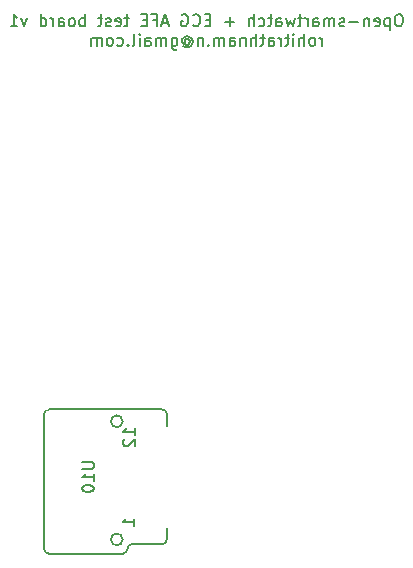
<source format=gbo>
G04 #@! TF.GenerationSoftware,KiCad,Pcbnew,5.1.10-88a1d61d58~88~ubuntu20.04.1*
G04 #@! TF.CreationDate,2021-05-21T15:29:45+02:00*
G04 #@! TF.ProjectId,osw-light-modifiedv3,6f73772d-6c69-4676-9874-2d6d6f646966,rev?*
G04 #@! TF.SameCoordinates,Original*
G04 #@! TF.FileFunction,Legend,Bot*
G04 #@! TF.FilePolarity,Positive*
%FSLAX46Y46*%
G04 Gerber Fmt 4.6, Leading zero omitted, Abs format (unit mm)*
G04 Created by KiCad (PCBNEW 5.1.10-88a1d61d58~88~ubuntu20.04.1) date 2021-05-21 15:29:45*
%MOMM*%
%LPD*%
G01*
G04 APERTURE LIST*
%ADD10C,0.150000*%
G04 APERTURE END LIST*
D10*
X151357142Y-38627380D02*
X151166666Y-38627380D01*
X151071428Y-38675000D01*
X150976190Y-38770238D01*
X150928571Y-38960714D01*
X150928571Y-39294047D01*
X150976190Y-39484523D01*
X151071428Y-39579761D01*
X151166666Y-39627380D01*
X151357142Y-39627380D01*
X151452380Y-39579761D01*
X151547619Y-39484523D01*
X151595238Y-39294047D01*
X151595238Y-38960714D01*
X151547619Y-38770238D01*
X151452380Y-38675000D01*
X151357142Y-38627380D01*
X150500000Y-38960714D02*
X150500000Y-39960714D01*
X150500000Y-39008333D02*
X150404761Y-38960714D01*
X150214285Y-38960714D01*
X150119047Y-39008333D01*
X150071428Y-39055952D01*
X150023809Y-39151190D01*
X150023809Y-39436904D01*
X150071428Y-39532142D01*
X150119047Y-39579761D01*
X150214285Y-39627380D01*
X150404761Y-39627380D01*
X150500000Y-39579761D01*
X149214285Y-39579761D02*
X149309523Y-39627380D01*
X149500000Y-39627380D01*
X149595238Y-39579761D01*
X149642857Y-39484523D01*
X149642857Y-39103571D01*
X149595238Y-39008333D01*
X149500000Y-38960714D01*
X149309523Y-38960714D01*
X149214285Y-39008333D01*
X149166666Y-39103571D01*
X149166666Y-39198809D01*
X149642857Y-39294047D01*
X148738095Y-38960714D02*
X148738095Y-39627380D01*
X148738095Y-39055952D02*
X148690476Y-39008333D01*
X148595238Y-38960714D01*
X148452380Y-38960714D01*
X148357142Y-39008333D01*
X148309523Y-39103571D01*
X148309523Y-39627380D01*
X147833333Y-39246428D02*
X147071428Y-39246428D01*
X146642857Y-39579761D02*
X146547619Y-39627380D01*
X146357142Y-39627380D01*
X146261904Y-39579761D01*
X146214285Y-39484523D01*
X146214285Y-39436904D01*
X146261904Y-39341666D01*
X146357142Y-39294047D01*
X146500000Y-39294047D01*
X146595238Y-39246428D01*
X146642857Y-39151190D01*
X146642857Y-39103571D01*
X146595238Y-39008333D01*
X146500000Y-38960714D01*
X146357142Y-38960714D01*
X146261904Y-39008333D01*
X145785714Y-39627380D02*
X145785714Y-38960714D01*
X145785714Y-39055952D02*
X145738095Y-39008333D01*
X145642857Y-38960714D01*
X145500000Y-38960714D01*
X145404761Y-39008333D01*
X145357142Y-39103571D01*
X145357142Y-39627380D01*
X145357142Y-39103571D02*
X145309523Y-39008333D01*
X145214285Y-38960714D01*
X145071428Y-38960714D01*
X144976190Y-39008333D01*
X144928571Y-39103571D01*
X144928571Y-39627380D01*
X144023809Y-39627380D02*
X144023809Y-39103571D01*
X144071428Y-39008333D01*
X144166666Y-38960714D01*
X144357142Y-38960714D01*
X144452380Y-39008333D01*
X144023809Y-39579761D02*
X144119047Y-39627380D01*
X144357142Y-39627380D01*
X144452380Y-39579761D01*
X144500000Y-39484523D01*
X144500000Y-39389285D01*
X144452380Y-39294047D01*
X144357142Y-39246428D01*
X144119047Y-39246428D01*
X144023809Y-39198809D01*
X143547619Y-39627380D02*
X143547619Y-38960714D01*
X143547619Y-39151190D02*
X143500000Y-39055952D01*
X143452380Y-39008333D01*
X143357142Y-38960714D01*
X143261904Y-38960714D01*
X143071428Y-38960714D02*
X142690476Y-38960714D01*
X142928571Y-38627380D02*
X142928571Y-39484523D01*
X142880952Y-39579761D01*
X142785714Y-39627380D01*
X142690476Y-39627380D01*
X142452380Y-38960714D02*
X142261904Y-39627380D01*
X142071428Y-39151190D01*
X141880952Y-39627380D01*
X141690476Y-38960714D01*
X140880952Y-39627380D02*
X140880952Y-39103571D01*
X140928571Y-39008333D01*
X141023809Y-38960714D01*
X141214285Y-38960714D01*
X141309523Y-39008333D01*
X140880952Y-39579761D02*
X140976190Y-39627380D01*
X141214285Y-39627380D01*
X141309523Y-39579761D01*
X141357142Y-39484523D01*
X141357142Y-39389285D01*
X141309523Y-39294047D01*
X141214285Y-39246428D01*
X140976190Y-39246428D01*
X140880952Y-39198809D01*
X140547619Y-38960714D02*
X140166666Y-38960714D01*
X140404761Y-38627380D02*
X140404761Y-39484523D01*
X140357142Y-39579761D01*
X140261904Y-39627380D01*
X140166666Y-39627380D01*
X139404761Y-39579761D02*
X139500000Y-39627380D01*
X139690476Y-39627380D01*
X139785714Y-39579761D01*
X139833333Y-39532142D01*
X139880952Y-39436904D01*
X139880952Y-39151190D01*
X139833333Y-39055952D01*
X139785714Y-39008333D01*
X139690476Y-38960714D01*
X139500000Y-38960714D01*
X139404761Y-39008333D01*
X138976190Y-39627380D02*
X138976190Y-38627380D01*
X138547619Y-39627380D02*
X138547619Y-39103571D01*
X138595238Y-39008333D01*
X138690476Y-38960714D01*
X138833333Y-38960714D01*
X138928571Y-39008333D01*
X138976190Y-39055952D01*
X137309523Y-39246428D02*
X136547619Y-39246428D01*
X136928571Y-39627380D02*
X136928571Y-38865476D01*
X135309523Y-39103571D02*
X134976190Y-39103571D01*
X134833333Y-39627380D02*
X135309523Y-39627380D01*
X135309523Y-38627380D01*
X134833333Y-38627380D01*
X133833333Y-39532142D02*
X133880952Y-39579761D01*
X134023809Y-39627380D01*
X134119047Y-39627380D01*
X134261904Y-39579761D01*
X134357142Y-39484523D01*
X134404761Y-39389285D01*
X134452380Y-39198809D01*
X134452380Y-39055952D01*
X134404761Y-38865476D01*
X134357142Y-38770238D01*
X134261904Y-38675000D01*
X134119047Y-38627380D01*
X134023809Y-38627380D01*
X133880952Y-38675000D01*
X133833333Y-38722619D01*
X132880952Y-38675000D02*
X132976190Y-38627380D01*
X133119047Y-38627380D01*
X133261904Y-38675000D01*
X133357142Y-38770238D01*
X133404761Y-38865476D01*
X133452380Y-39055952D01*
X133452380Y-39198809D01*
X133404761Y-39389285D01*
X133357142Y-39484523D01*
X133261904Y-39579761D01*
X133119047Y-39627380D01*
X133023809Y-39627380D01*
X132880952Y-39579761D01*
X132833333Y-39532142D01*
X132833333Y-39198809D01*
X133023809Y-39198809D01*
X131690476Y-39341666D02*
X131214285Y-39341666D01*
X131785714Y-39627380D02*
X131452380Y-38627380D01*
X131119047Y-39627380D01*
X130452380Y-39103571D02*
X130785714Y-39103571D01*
X130785714Y-39627380D02*
X130785714Y-38627380D01*
X130309523Y-38627380D01*
X129928571Y-39103571D02*
X129595238Y-39103571D01*
X129452380Y-39627380D02*
X129928571Y-39627380D01*
X129928571Y-38627380D01*
X129452380Y-38627380D01*
X128404761Y-38960714D02*
X128023809Y-38960714D01*
X128261904Y-38627380D02*
X128261904Y-39484523D01*
X128214285Y-39579761D01*
X128119047Y-39627380D01*
X128023809Y-39627380D01*
X127309523Y-39579761D02*
X127404761Y-39627380D01*
X127595238Y-39627380D01*
X127690476Y-39579761D01*
X127738095Y-39484523D01*
X127738095Y-39103571D01*
X127690476Y-39008333D01*
X127595238Y-38960714D01*
X127404761Y-38960714D01*
X127309523Y-39008333D01*
X127261904Y-39103571D01*
X127261904Y-39198809D01*
X127738095Y-39294047D01*
X126880952Y-39579761D02*
X126785714Y-39627380D01*
X126595238Y-39627380D01*
X126500000Y-39579761D01*
X126452380Y-39484523D01*
X126452380Y-39436904D01*
X126500000Y-39341666D01*
X126595238Y-39294047D01*
X126738095Y-39294047D01*
X126833333Y-39246428D01*
X126880952Y-39151190D01*
X126880952Y-39103571D01*
X126833333Y-39008333D01*
X126738095Y-38960714D01*
X126595238Y-38960714D01*
X126500000Y-39008333D01*
X126166666Y-38960714D02*
X125785714Y-38960714D01*
X126023809Y-38627380D02*
X126023809Y-39484523D01*
X125976190Y-39579761D01*
X125880952Y-39627380D01*
X125785714Y-39627380D01*
X124690476Y-39627380D02*
X124690476Y-38627380D01*
X124690476Y-39008333D02*
X124595238Y-38960714D01*
X124404761Y-38960714D01*
X124309523Y-39008333D01*
X124261904Y-39055952D01*
X124214285Y-39151190D01*
X124214285Y-39436904D01*
X124261904Y-39532142D01*
X124309523Y-39579761D01*
X124404761Y-39627380D01*
X124595238Y-39627380D01*
X124690476Y-39579761D01*
X123642857Y-39627380D02*
X123738095Y-39579761D01*
X123785714Y-39532142D01*
X123833333Y-39436904D01*
X123833333Y-39151190D01*
X123785714Y-39055952D01*
X123738095Y-39008333D01*
X123642857Y-38960714D01*
X123500000Y-38960714D01*
X123404761Y-39008333D01*
X123357142Y-39055952D01*
X123309523Y-39151190D01*
X123309523Y-39436904D01*
X123357142Y-39532142D01*
X123404761Y-39579761D01*
X123500000Y-39627380D01*
X123642857Y-39627380D01*
X122452380Y-39627380D02*
X122452380Y-39103571D01*
X122500000Y-39008333D01*
X122595238Y-38960714D01*
X122785714Y-38960714D01*
X122880952Y-39008333D01*
X122452380Y-39579761D02*
X122547619Y-39627380D01*
X122785714Y-39627380D01*
X122880952Y-39579761D01*
X122928571Y-39484523D01*
X122928571Y-39389285D01*
X122880952Y-39294047D01*
X122785714Y-39246428D01*
X122547619Y-39246428D01*
X122452380Y-39198809D01*
X121976190Y-39627380D02*
X121976190Y-38960714D01*
X121976190Y-39151190D02*
X121928571Y-39055952D01*
X121880952Y-39008333D01*
X121785714Y-38960714D01*
X121690476Y-38960714D01*
X120928571Y-39627380D02*
X120928571Y-38627380D01*
X120928571Y-39579761D02*
X121023809Y-39627380D01*
X121214285Y-39627380D01*
X121309523Y-39579761D01*
X121357142Y-39532142D01*
X121404761Y-39436904D01*
X121404761Y-39151190D01*
X121357142Y-39055952D01*
X121309523Y-39008333D01*
X121214285Y-38960714D01*
X121023809Y-38960714D01*
X120928571Y-39008333D01*
X119785714Y-38960714D02*
X119547619Y-39627380D01*
X119309523Y-38960714D01*
X118404761Y-39627380D02*
X118976190Y-39627380D01*
X118690476Y-39627380D02*
X118690476Y-38627380D01*
X118785714Y-38770238D01*
X118880952Y-38865476D01*
X118976190Y-38913095D01*
X144761904Y-41277380D02*
X144761904Y-40610714D01*
X144761904Y-40801190D02*
X144714285Y-40705952D01*
X144666666Y-40658333D01*
X144571428Y-40610714D01*
X144476190Y-40610714D01*
X144000000Y-41277380D02*
X144095238Y-41229761D01*
X144142857Y-41182142D01*
X144190476Y-41086904D01*
X144190476Y-40801190D01*
X144142857Y-40705952D01*
X144095238Y-40658333D01*
X144000000Y-40610714D01*
X143857142Y-40610714D01*
X143761904Y-40658333D01*
X143714285Y-40705952D01*
X143666666Y-40801190D01*
X143666666Y-41086904D01*
X143714285Y-41182142D01*
X143761904Y-41229761D01*
X143857142Y-41277380D01*
X144000000Y-41277380D01*
X143238095Y-41277380D02*
X143238095Y-40277380D01*
X142809523Y-41277380D02*
X142809523Y-40753571D01*
X142857142Y-40658333D01*
X142952380Y-40610714D01*
X143095238Y-40610714D01*
X143190476Y-40658333D01*
X143238095Y-40705952D01*
X142333333Y-41277380D02*
X142333333Y-40610714D01*
X142333333Y-40277380D02*
X142380952Y-40325000D01*
X142333333Y-40372619D01*
X142285714Y-40325000D01*
X142333333Y-40277380D01*
X142333333Y-40372619D01*
X142000000Y-40610714D02*
X141619047Y-40610714D01*
X141857142Y-40277380D02*
X141857142Y-41134523D01*
X141809523Y-41229761D01*
X141714285Y-41277380D01*
X141619047Y-41277380D01*
X141285714Y-41277380D02*
X141285714Y-40610714D01*
X141285714Y-40801190D02*
X141238095Y-40705952D01*
X141190476Y-40658333D01*
X141095238Y-40610714D01*
X141000000Y-40610714D01*
X140238095Y-41277380D02*
X140238095Y-40753571D01*
X140285714Y-40658333D01*
X140380952Y-40610714D01*
X140571428Y-40610714D01*
X140666666Y-40658333D01*
X140238095Y-41229761D02*
X140333333Y-41277380D01*
X140571428Y-41277380D01*
X140666666Y-41229761D01*
X140714285Y-41134523D01*
X140714285Y-41039285D01*
X140666666Y-40944047D01*
X140571428Y-40896428D01*
X140333333Y-40896428D01*
X140238095Y-40848809D01*
X139904761Y-40610714D02*
X139523809Y-40610714D01*
X139761904Y-40277380D02*
X139761904Y-41134523D01*
X139714285Y-41229761D01*
X139619047Y-41277380D01*
X139523809Y-41277380D01*
X139190476Y-41277380D02*
X139190476Y-40277380D01*
X138761904Y-41277380D02*
X138761904Y-40753571D01*
X138809523Y-40658333D01*
X138904761Y-40610714D01*
X139047619Y-40610714D01*
X139142857Y-40658333D01*
X139190476Y-40705952D01*
X138285714Y-40610714D02*
X138285714Y-41277380D01*
X138285714Y-40705952D02*
X138238095Y-40658333D01*
X138142857Y-40610714D01*
X138000000Y-40610714D01*
X137904761Y-40658333D01*
X137857142Y-40753571D01*
X137857142Y-41277380D01*
X136952380Y-41277380D02*
X136952380Y-40753571D01*
X137000000Y-40658333D01*
X137095238Y-40610714D01*
X137285714Y-40610714D01*
X137380952Y-40658333D01*
X136952380Y-41229761D02*
X137047619Y-41277380D01*
X137285714Y-41277380D01*
X137380952Y-41229761D01*
X137428571Y-41134523D01*
X137428571Y-41039285D01*
X137380952Y-40944047D01*
X137285714Y-40896428D01*
X137047619Y-40896428D01*
X136952380Y-40848809D01*
X136476190Y-41277380D02*
X136476190Y-40610714D01*
X136476190Y-40705952D02*
X136428571Y-40658333D01*
X136333333Y-40610714D01*
X136190476Y-40610714D01*
X136095238Y-40658333D01*
X136047619Y-40753571D01*
X136047619Y-41277380D01*
X136047619Y-40753571D02*
X136000000Y-40658333D01*
X135904761Y-40610714D01*
X135761904Y-40610714D01*
X135666666Y-40658333D01*
X135619047Y-40753571D01*
X135619047Y-41277380D01*
X135142857Y-41182142D02*
X135095238Y-41229761D01*
X135142857Y-41277380D01*
X135190476Y-41229761D01*
X135142857Y-41182142D01*
X135142857Y-41277380D01*
X134666666Y-40610714D02*
X134666666Y-41277380D01*
X134666666Y-40705952D02*
X134619047Y-40658333D01*
X134523809Y-40610714D01*
X134380952Y-40610714D01*
X134285714Y-40658333D01*
X134238095Y-40753571D01*
X134238095Y-41277380D01*
X133142857Y-40801190D02*
X133190476Y-40753571D01*
X133285714Y-40705952D01*
X133380952Y-40705952D01*
X133476190Y-40753571D01*
X133523809Y-40801190D01*
X133571428Y-40896428D01*
X133571428Y-40991666D01*
X133523809Y-41086904D01*
X133476190Y-41134523D01*
X133380952Y-41182142D01*
X133285714Y-41182142D01*
X133190476Y-41134523D01*
X133142857Y-41086904D01*
X133142857Y-40705952D02*
X133142857Y-41086904D01*
X133095238Y-41134523D01*
X133047619Y-41134523D01*
X132952380Y-41086904D01*
X132904761Y-40991666D01*
X132904761Y-40753571D01*
X133000000Y-40610714D01*
X133142857Y-40515476D01*
X133333333Y-40467857D01*
X133523809Y-40515476D01*
X133666666Y-40610714D01*
X133761904Y-40753571D01*
X133809523Y-40944047D01*
X133761904Y-41134523D01*
X133666666Y-41277380D01*
X133523809Y-41372619D01*
X133333333Y-41420238D01*
X133142857Y-41372619D01*
X133000000Y-41277380D01*
X132047619Y-40610714D02*
X132047619Y-41420238D01*
X132095238Y-41515476D01*
X132142857Y-41563095D01*
X132238095Y-41610714D01*
X132380952Y-41610714D01*
X132476190Y-41563095D01*
X132047619Y-41229761D02*
X132142857Y-41277380D01*
X132333333Y-41277380D01*
X132428571Y-41229761D01*
X132476190Y-41182142D01*
X132523809Y-41086904D01*
X132523809Y-40801190D01*
X132476190Y-40705952D01*
X132428571Y-40658333D01*
X132333333Y-40610714D01*
X132142857Y-40610714D01*
X132047619Y-40658333D01*
X131571428Y-41277380D02*
X131571428Y-40610714D01*
X131571428Y-40705952D02*
X131523809Y-40658333D01*
X131428571Y-40610714D01*
X131285714Y-40610714D01*
X131190476Y-40658333D01*
X131142857Y-40753571D01*
X131142857Y-41277380D01*
X131142857Y-40753571D02*
X131095238Y-40658333D01*
X131000000Y-40610714D01*
X130857142Y-40610714D01*
X130761904Y-40658333D01*
X130714285Y-40753571D01*
X130714285Y-41277380D01*
X129809523Y-41277380D02*
X129809523Y-40753571D01*
X129857142Y-40658333D01*
X129952380Y-40610714D01*
X130142857Y-40610714D01*
X130238095Y-40658333D01*
X129809523Y-41229761D02*
X129904761Y-41277380D01*
X130142857Y-41277380D01*
X130238095Y-41229761D01*
X130285714Y-41134523D01*
X130285714Y-41039285D01*
X130238095Y-40944047D01*
X130142857Y-40896428D01*
X129904761Y-40896428D01*
X129809523Y-40848809D01*
X129333333Y-41277380D02*
X129333333Y-40610714D01*
X129333333Y-40277380D02*
X129380952Y-40325000D01*
X129333333Y-40372619D01*
X129285714Y-40325000D01*
X129333333Y-40277380D01*
X129333333Y-40372619D01*
X128714285Y-41277380D02*
X128809523Y-41229761D01*
X128857142Y-41134523D01*
X128857142Y-40277380D01*
X128333333Y-41182142D02*
X128285714Y-41229761D01*
X128333333Y-41277380D01*
X128380952Y-41229761D01*
X128333333Y-41182142D01*
X128333333Y-41277380D01*
X127428571Y-41229761D02*
X127523809Y-41277380D01*
X127714285Y-41277380D01*
X127809523Y-41229761D01*
X127857142Y-41182142D01*
X127904761Y-41086904D01*
X127904761Y-40801190D01*
X127857142Y-40705952D01*
X127809523Y-40658333D01*
X127714285Y-40610714D01*
X127523809Y-40610714D01*
X127428571Y-40658333D01*
X126857142Y-41277380D02*
X126952380Y-41229761D01*
X127000000Y-41182142D01*
X127047619Y-41086904D01*
X127047619Y-40801190D01*
X127000000Y-40705952D01*
X126952380Y-40658333D01*
X126857142Y-40610714D01*
X126714285Y-40610714D01*
X126619047Y-40658333D01*
X126571428Y-40705952D01*
X126523809Y-40801190D01*
X126523809Y-41086904D01*
X126571428Y-41182142D01*
X126619047Y-41229761D01*
X126714285Y-41277380D01*
X126857142Y-41277380D01*
X126095238Y-41277380D02*
X126095238Y-40610714D01*
X126095238Y-40705952D02*
X126047619Y-40658333D01*
X125952380Y-40610714D01*
X125809523Y-40610714D01*
X125714285Y-40658333D01*
X125666666Y-40753571D01*
X125666666Y-41277380D01*
X125666666Y-40753571D02*
X125619047Y-40658333D01*
X125523809Y-40610714D01*
X125380952Y-40610714D01*
X125285714Y-40658333D01*
X125238095Y-40753571D01*
X125238095Y-41277380D01*
G04 #@! TO.C,U10*
X131630765Y-82083196D02*
X131630765Y-83083196D01*
X121230765Y-83883196D02*
X121230765Y-72483196D01*
X121630765Y-84283196D02*
X127880765Y-84283196D01*
X131630765Y-72483196D02*
X131630765Y-73483196D01*
X127880765Y-83083196D02*
G75*
G03*
X127880765Y-83083196I-500000J0D01*
G01*
X127880765Y-73083196D02*
G75*
G03*
X127880765Y-73083196I-500000J0D01*
G01*
X121630765Y-72083196D02*
X131230765Y-72083196D01*
X128680765Y-83483196D02*
X131280765Y-83483196D01*
X121230765Y-83883196D02*
G75*
G03*
X121630765Y-84283196I400000J0D01*
G01*
X121630765Y-72083196D02*
G75*
G03*
X121230765Y-72483196I0J-400000D01*
G01*
X127880765Y-84283196D02*
G75*
G03*
X128280765Y-83883196I0J400000D01*
G01*
X128680765Y-83483196D02*
G75*
G03*
X128280765Y-83883196I0J-400000D01*
G01*
X131630765Y-72483196D02*
G75*
G03*
X131230765Y-72083196I-400000J0D01*
G01*
X131230765Y-83483196D02*
G75*
G03*
X131630765Y-83083196I0J400000D01*
G01*
X124433145Y-76545100D02*
X125242669Y-76545100D01*
X125337907Y-76592719D01*
X125385526Y-76640338D01*
X125433145Y-76735576D01*
X125433145Y-76926053D01*
X125385526Y-77021291D01*
X125337907Y-77068910D01*
X125242669Y-77116529D01*
X124433145Y-77116529D01*
X125433145Y-78116529D02*
X125433145Y-77545100D01*
X125433145Y-77830815D02*
X124433145Y-77830815D01*
X124576003Y-77735576D01*
X124671241Y-77640338D01*
X124718860Y-77545100D01*
X124433145Y-78735576D02*
X124433145Y-78830815D01*
X124480765Y-78926053D01*
X124528384Y-78973672D01*
X124623622Y-79021291D01*
X124814098Y-79068910D01*
X125052193Y-79068910D01*
X125242669Y-79021291D01*
X125337907Y-78973672D01*
X125385526Y-78926053D01*
X125433145Y-78830815D01*
X125433145Y-78735576D01*
X125385526Y-78640338D01*
X125337907Y-78592719D01*
X125242669Y-78545100D01*
X125052193Y-78497481D01*
X124814098Y-78497481D01*
X124623622Y-78545100D01*
X124528384Y-78592719D01*
X124480765Y-78640338D01*
X124433145Y-78735576D01*
X128933145Y-74242719D02*
X128933145Y-73671291D01*
X128933145Y-73957005D02*
X127933145Y-73957005D01*
X128076003Y-73861767D01*
X128171241Y-73766529D01*
X128218860Y-73671291D01*
X128028384Y-74623672D02*
X127980765Y-74671291D01*
X127933145Y-74766529D01*
X127933145Y-75004624D01*
X127980765Y-75099862D01*
X128028384Y-75147481D01*
X128123622Y-75195100D01*
X128218860Y-75195100D01*
X128361717Y-75147481D01*
X128933145Y-74576053D01*
X128933145Y-75195100D01*
X128883145Y-81918910D02*
X128883145Y-81347481D01*
X128883145Y-81633196D02*
X127883145Y-81633196D01*
X128026003Y-81537957D01*
X128121241Y-81442719D01*
X128168860Y-81347481D01*
G04 #@! TD*
M02*

</source>
